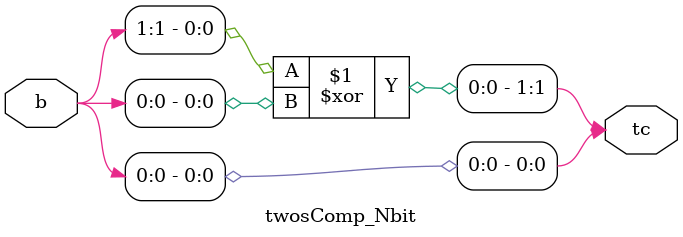
<source format=v>
`timescale 1ns / 1ps


module twosComp_Nbit
        #(  //-------- Parameters --------//
            parameter N=2
        )
        
        (   //-------- Input --------//
            input [N-1:0] b,
            
            //-------- Output --------//
            output [N-1:0] tc
        );
        
    genvar gi;
    generate
    for(gi=0; gi < N; gi = gi + 1) begin: genbit
        if(gi==0) begin: ifelse
            assign tc[gi] = b[gi];
        end else if (gi==1) begin: ifelse
            assign tc[gi] = b[gi] ^ b[gi-1];
        end else if (gi==2) begin: ifelse
            wire prop_or;
            assign prop_or = b[gi-1] | b[gi-2];
            assign tc[gi] = b[gi] ^ prop_or;
        end else begin: ifelse
            wire prop_or;
            assign prop_or = b[gi-1] | genbit[gi-1].ifelse.prop_or;
            assign tc[gi] = b[gi] ^ prop_or;
        end
    end
    
    endgenerate
    
endmodule

</source>
